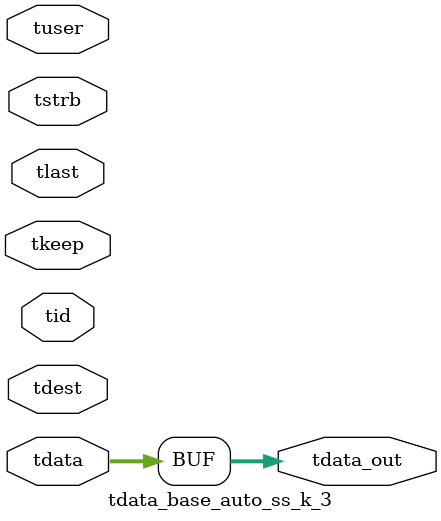
<source format=v>


`timescale 1ps/1ps

module tdata_base_auto_ss_k_3 #
(
parameter C_S_AXIS_TDATA_WIDTH = 32,
parameter C_S_AXIS_TUSER_WIDTH = 0,
parameter C_S_AXIS_TID_WIDTH   = 0,
parameter C_S_AXIS_TDEST_WIDTH = 0,
parameter C_M_AXIS_TDATA_WIDTH = 32
)
(
input  [(C_S_AXIS_TDATA_WIDTH == 0 ? 1 : C_S_AXIS_TDATA_WIDTH)-1:0     ] tdata,
input  [(C_S_AXIS_TUSER_WIDTH == 0 ? 1 : C_S_AXIS_TUSER_WIDTH)-1:0     ] tuser,
input  [(C_S_AXIS_TID_WIDTH   == 0 ? 1 : C_S_AXIS_TID_WIDTH)-1:0       ] tid,
input  [(C_S_AXIS_TDEST_WIDTH == 0 ? 1 : C_S_AXIS_TDEST_WIDTH)-1:0     ] tdest,
input  [(C_S_AXIS_TDATA_WIDTH/8)-1:0 ] tkeep,
input  [(C_S_AXIS_TDATA_WIDTH/8)-1:0 ] tstrb,
input                                                                    tlast,
output [C_M_AXIS_TDATA_WIDTH-1:0] tdata_out
);

assign tdata_out = {tdata[31:0]};

endmodule


</source>
